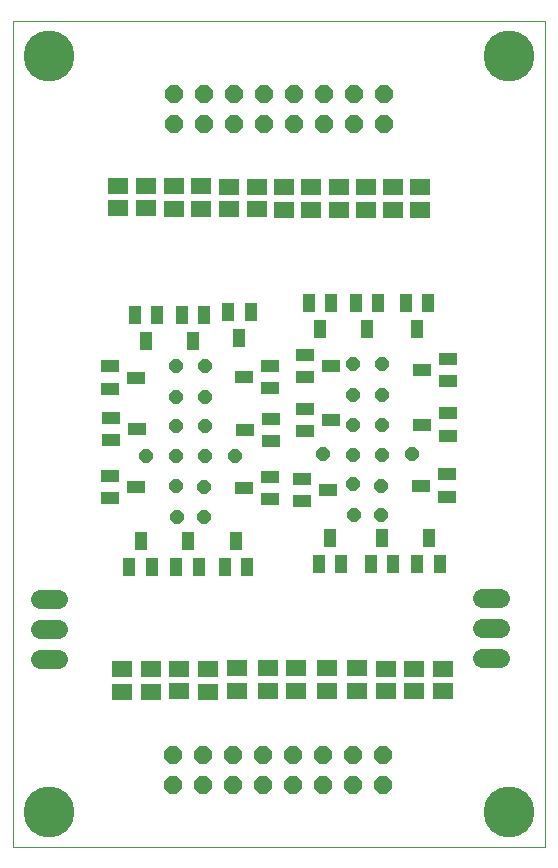
<source format=gbs>
G75*
G70*
%OFA0B0*%
%FSLAX24Y24*%
%IPPOS*%
%LPD*%
%AMOC8*
5,1,8,0,0,1.08239X$1,22.5*
%
%ADD10C,0.0000*%
%ADD11OC8,0.0437*%
%ADD12C,0.0640*%
%ADD13R,0.0434X0.0591*%
%ADD14R,0.0591X0.0434*%
%ADD15R,0.0670X0.0552*%
%ADD16OC8,0.0600*%
%ADD17C,0.1700*%
D10*
X000100Y000100D02*
X000100Y027659D01*
X017817Y027659D01*
X017817Y000100D01*
X000100Y000100D01*
D11*
X005562Y011117D03*
X005512Y012154D03*
X005512Y013142D03*
X005512Y014129D03*
X005512Y015117D03*
X005512Y016154D03*
X006499Y016154D03*
X006499Y015117D03*
X006499Y014129D03*
X006499Y013142D03*
X006449Y012104D03*
X006449Y011117D03*
X007487Y013145D03*
X010430Y013196D03*
X011417Y013193D03*
X011417Y014180D03*
X011417Y015168D03*
X011417Y016205D03*
X012405Y016205D03*
X012405Y015168D03*
X012405Y014180D03*
X012405Y013193D03*
X012355Y012156D03*
X012355Y011168D03*
X011467Y011168D03*
X011417Y012206D03*
X013392Y013196D03*
X004524Y013145D03*
D12*
X001597Y008376D02*
X000997Y008376D01*
X000997Y007376D02*
X001597Y007376D01*
X001597Y006376D02*
X000997Y006376D01*
X015733Y006399D02*
X016333Y006399D01*
X016333Y007399D02*
X015733Y007399D01*
X015733Y008399D02*
X016333Y008399D01*
D13*
X014320Y009537D03*
X013946Y010403D03*
X013572Y009537D03*
X012757Y009537D03*
X012383Y010403D03*
X012009Y009537D03*
X011037Y009537D03*
X010663Y010403D03*
X010289Y009537D03*
X007891Y009454D03*
X007517Y010320D03*
X007143Y009454D03*
X006281Y009443D03*
X005907Y010309D03*
X005533Y009443D03*
X004718Y009443D03*
X004344Y010309D03*
X003970Y009443D03*
X004525Y016994D03*
X004151Y017860D03*
X004899Y017860D03*
X005722Y017860D03*
X006096Y016994D03*
X006470Y017860D03*
X007261Y017939D03*
X007635Y017072D03*
X008009Y017939D03*
X009943Y018230D03*
X010317Y017364D03*
X010691Y018230D03*
X011525Y018230D03*
X011899Y017364D03*
X012273Y018230D03*
X013187Y018230D03*
X013561Y017364D03*
X013935Y018230D03*
D14*
X014588Y016376D03*
X014588Y015628D03*
X013722Y016002D03*
X014580Y014565D03*
X014580Y013817D03*
X013714Y014191D03*
X014572Y012529D03*
X014572Y011781D03*
X013706Y012155D03*
X010706Y014336D03*
X009840Y013962D03*
X009840Y014710D03*
X009832Y015773D03*
X009832Y016521D03*
X010698Y016147D03*
X008659Y016147D03*
X008659Y015399D03*
X008687Y014391D03*
X008687Y013643D03*
X007820Y014017D03*
X007793Y015773D03*
X008663Y012450D03*
X008663Y011702D03*
X007797Y012076D03*
X009734Y012380D03*
X009734Y011631D03*
X010600Y012006D03*
X004206Y012104D03*
X003340Y012478D03*
X003340Y011730D03*
X003348Y013667D03*
X003348Y014415D03*
X003340Y015380D03*
X003340Y016128D03*
X004206Y015754D03*
X004214Y014041D03*
D15*
X007277Y021372D03*
X007277Y022120D03*
X006372Y022128D03*
X006372Y021380D03*
X005466Y021387D03*
X005466Y022135D03*
X004521Y022143D03*
X004521Y021395D03*
X003576Y021403D03*
X003576Y022151D03*
X008222Y022112D03*
X008222Y021364D03*
X009128Y021356D03*
X009128Y022104D03*
X010033Y022096D03*
X010033Y021348D03*
X010943Y021356D03*
X010943Y022104D03*
X011844Y022104D03*
X011844Y021356D03*
X012757Y021356D03*
X012757Y022104D03*
X013671Y022104D03*
X013671Y021356D03*
X013466Y006049D03*
X013466Y005301D03*
X012529Y005297D03*
X012529Y006045D03*
X011545Y006061D03*
X011545Y005313D03*
X010545Y005313D03*
X010545Y006061D03*
X009525Y006061D03*
X009525Y005313D03*
X008584Y005313D03*
X008584Y006061D03*
X007565Y006061D03*
X007565Y005313D03*
X006604Y005289D03*
X006604Y006037D03*
X005631Y006049D03*
X005631Y005301D03*
X004691Y005293D03*
X004691Y006041D03*
X003710Y006041D03*
X003710Y005293D03*
X014407Y005301D03*
X014407Y006049D03*
D16*
X012419Y003179D03*
X012419Y002179D03*
X011419Y002179D03*
X011419Y003179D03*
X010419Y003179D03*
X010419Y002179D03*
X009419Y002179D03*
X009419Y003179D03*
X008419Y003179D03*
X008419Y002179D03*
X007419Y002179D03*
X007419Y003179D03*
X006419Y003179D03*
X006419Y002179D03*
X005419Y002179D03*
X005419Y003179D03*
X005458Y024206D03*
X005458Y025206D03*
X006458Y025206D03*
X006458Y024206D03*
X007458Y024206D03*
X007458Y025206D03*
X008458Y025206D03*
X008458Y024206D03*
X009458Y024206D03*
X009458Y025206D03*
X010458Y025206D03*
X010458Y024206D03*
X011458Y024206D03*
X011458Y025206D03*
X012458Y025206D03*
X012458Y024206D03*
D17*
X016635Y026478D03*
X001281Y026478D03*
X001281Y001281D03*
X016635Y001281D03*
M02*

</source>
